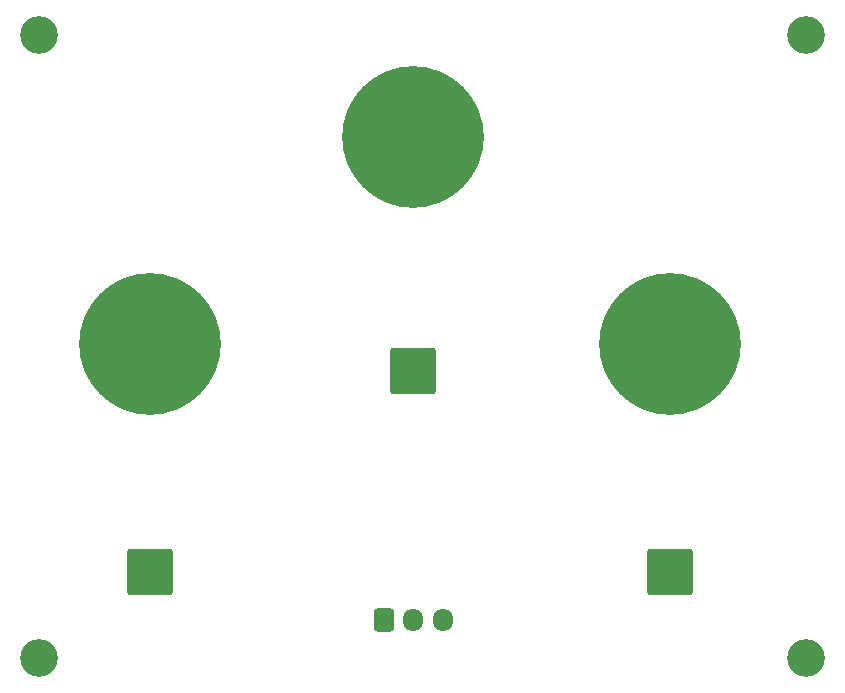
<source format=gbr>
%TF.GenerationSoftware,KiCad,Pcbnew,(7.0.0-0)*%
%TF.CreationDate,2023-11-03T17:35:44+01:00*%
%TF.ProjectId,ExternalAdapter,45787465-726e-4616-9c41-646170746572,1.0*%
%TF.SameCoordinates,Original*%
%TF.FileFunction,Soldermask,Top*%
%TF.FilePolarity,Negative*%
%FSLAX46Y46*%
G04 Gerber Fmt 4.6, Leading zero omitted, Abs format (unit mm)*
G04 Created by KiCad (PCBNEW (7.0.0-0)) date 2023-11-03 17:35:44*
%MOMM*%
%LPD*%
G01*
G04 APERTURE LIST*
G04 Aperture macros list*
%AMRoundRect*
0 Rectangle with rounded corners*
0 $1 Rounding radius*
0 $2 $3 $4 $5 $6 $7 $8 $9 X,Y pos of 4 corners*
0 Add a 4 corners polygon primitive as box body*
4,1,4,$2,$3,$4,$5,$6,$7,$8,$9,$2,$3,0*
0 Add four circle primitives for the rounded corners*
1,1,$1+$1,$2,$3*
1,1,$1+$1,$4,$5*
1,1,$1+$1,$6,$7*
1,1,$1+$1,$8,$9*
0 Add four rect primitives between the rounded corners*
20,1,$1+$1,$2,$3,$4,$5,0*
20,1,$1+$1,$4,$5,$6,$7,0*
20,1,$1+$1,$6,$7,$8,$9,0*
20,1,$1+$1,$8,$9,$2,$3,0*%
G04 Aperture macros list end*
%ADD10C,3.200000*%
%ADD11RoundRect,0.250002X-1.699998X1.699998X-1.699998X-1.699998X1.699998X-1.699998X1.699998X1.699998X0*%
%ADD12RoundRect,0.250000X-0.600000X-0.725000X0.600000X-0.725000X0.600000X0.725000X-0.600000X0.725000X0*%
%ADD13O,1.700000X1.950000*%
%ADD14C,12.000000*%
G04 APERTURE END LIST*
D10*
%TO.C,REF\u002A\u002A*%
X35060750Y-22606000D03*
%TD*%
D11*
%TO.C,J4*%
X44494250Y-68054000D03*
%TD*%
D12*
%TO.C,J1*%
X64238750Y-72159750D03*
D13*
X66738749Y-72159749D03*
X69238749Y-72159749D03*
%TD*%
D14*
%TO.C,REF\u002A\u002A*%
X44494250Y-48768000D03*
%TD*%
D11*
%TO.C,J3*%
X66738750Y-51054000D03*
%TD*%
%TO.C,J2*%
X88494250Y-68054000D03*
%TD*%
D10*
%TO.C,REF\u002A\u002A*%
X35060750Y-75311000D03*
%TD*%
%TO.C,REF\u002A\u002A*%
X99988250Y-75311000D03*
%TD*%
%TO.C,REF\u002A\u002A*%
X99988250Y-22606000D03*
%TD*%
D14*
%TO.C,REF\u002A\u002A*%
X88494250Y-48768000D03*
%TD*%
%TO.C,REF\u002A\u002A*%
X66738750Y-31242000D03*
%TD*%
M02*

</source>
